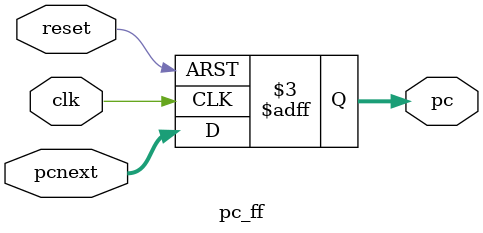
<source format=v>
module pc_ff(
  input clk, reset,
  input [31:0] pcnext,
  output reg [31:0] pc
);
  always@(posedge clk or negedge reset) begin
    if(!reset) pc <= 32'b0;
    else pc <= pcnext;
  end
endmodule
</source>
